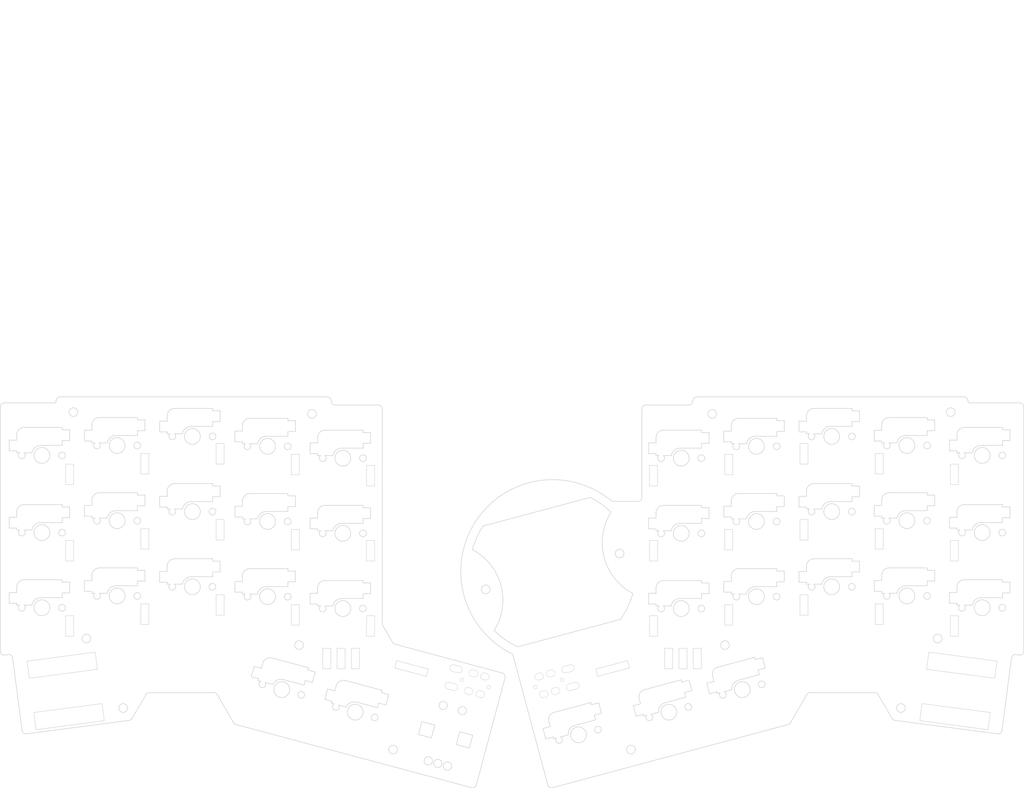
<source format=kicad_pcb>
(kicad_pcb (version 20221018) (generator pcbnew)
  (layers (0 "F.Cu" signal) (31 "B.Cu" signal) (34 "B.Paste" user) (35 "F.Paste" user) (36 "B.SilkS" user "B.Silkscreen") (37 "F.SilkS" user "F.Silkscreen") (38 "B.Mask" user) (39 "F.Mask" user) (44 "Edge.Cuts" user))
  (net 0 "")
  (net 1 "col2")
  (footprint "jw_custom_footprint:Diode_SOD123_THT_2_cutout_small" (layer "F.Cu") (at 111.894903 99.093061 90))
  (footprint "jw_custom_footprint:Diode_SOD123_THT_2_cutout_small" (layer "F.Cu") (at 92.895205 96.292661 -90))
  (footprint "jw_custom_footprint:Diode_SOD123_THT_2_cutout_small" (layer "F.Cu") (at 54.895605 115.092461 -90))
  (footprint "jw_custom_footprint:CherryMX_Hotswap_cutout_bottom" (layer "F.Cu") (at 205.78875 134.173601 15))
  (footprint "jw_custom_footprint:MountingHole_2.2mm_M2_cutout" (layer "F.Cu") (at 117.594405 149.350661))
  (footprint "jw_custom_footprint:Diode_SOD123_THT_2_cutout_small" (layer "F.Cu") (at 100.841405 126.314661 90))
  (footprint "jw_custom_footprint:MountingHole_2.2mm_M2_cutout" (layer "F.Cu") (at 93.845405 122.934661))
  (footprint "jw_custom_footprint:CherryMX_Hotswap_cutout_bottom" (layer "F.Cu") (at 108.023308 139.870462 -15))
  (footprint "jw_custom_footprint:Diode_SOD123_THT_2_cutout_small" (layer "F.Cu") (at 92.895205 115.293061 -90))
  (footprint "jw_custom_footprint:CherryMX_Hotswap_cutout_bottom" (layer "F.Cu") (at 266.363028 113.492661))
  (footprint "jw_custom_footprint:Diode_SOD123_THT_2_cutout_small" (layer "F.Cu") (at 73.895005 112.792661 90))
  (footprint "jw_custom_footprint:CherryMX_Hotswap_cutout_bottom" (layer "F.Cu") (at 266.363028 74.992861))
  (footprint "jw_custom_footprint:Diode_SOD123_THT_2_cutout_small" (layer "F.Cu") (at 111.894903 80.093261 90))
  (footprint "jw_custom_footprint:CherryMX_Hotswap_cutout_bottom" (layer "F.Cu") (at 85.895205 72.692701))
  (footprint "jw_custom_footprint:CherryMX_Hotswap_cutout_bottom" (layer "F.Cu") (at 85.895205 91.692661))
  (footprint "jw_custom_footprint:Diode_SOD123_THT_2_cutout_small" (layer "F.Cu") (at 73.895005 74.592501 90))
  (footprint "jw_custom_footprint:Diode_SOD123_THT_2_cutout_small" (layer "F.Cu") (at 54.895605 96.092861 -90))
  (footprint "jw_custom_footprint:CherryMX_Hotswap_cutout_bottom" (layer "F.Cu") (at 247.362828 110.492461))
  (footprint "jw_custom_footprint:CherryMX_Hotswap_cutout_bottom" (layer "F.Cu") (at 89.469683 134.173601 -15))
  (footprint "jw_custom_footprint:CherryMX_Hotswap_cutout_bottom" (layer "F.Cu") (at 85.895205 110.693061))
  (footprint "jw_custom_footprint:Diode_SOD123_THT_2_cutout_small" (layer "F.Cu") (at 111.894903 118.093061 90))
  (footprint "jw_custom_footprint:Diode_SOD123_THT_2_cutout_small" (layer "F.Cu") (at 35.895405 79.792861 90))
  (footprint "jw_custom_footprint:CherryMX_Hotswap_cutout_bottom" (layer "F.Cu") (at 28.895405 74.992861))
  (footprint "jw_custom_footprint:CherryMX_Hotswap_cutout_bottom" (layer "F.Cu") (at 104.894903 94.693061))
  (footprint "jw_custom_footprint:Diode_SOD123_THT_2_cutout_small" (layer "F.Cu") (at 73.895005 93.792461 90))
  (footprint "jw_custom_footprint:CherryMX_Hotswap_cutout_bottom" (layer "F.Cu") (at 104.894903 75.693261))
  (footprint "jw_custom_footprint:Diode_SOD123_THT_2_cutout_small" (layer "F.Cu") (at 54.895605 77.093261 -90))
  (footprint "jw_custom_footprint:Diode_SOD123_THT_2_cutout_small" (layer "F.Cu") (at 104.455405 126.314661 90))
  (footprint "jw_custom_footprint:CherryMX_Hotswap_cutout_bottom" (layer "F.Cu") (at 164.416351 145.600589 15))
  (footprint "jw_custom_footprint:Hirose_DF13-06P-1.25DS_1x06_P1.25mm_Horizontal_cutout" (layer "F.Cu") (at 170.031409 129.706674 15))
  (footprint "jw_custom_footprint:CherryMX_Hotswap_cutout_bottom" (layer "F.Cu") (at 209.363228 72.692701))
  (footprint "jw_custom_footprint:CherryMX_Hotswap_cutout_bottom" (layer "F.Cu") (at 28.895405 113.492661))
  (footprint "jw_custom_footprint:Diode_SOD123_THT_2_cutout_small" (layer "F.Cu") (at 108.069405 126.314661 90))
  (footprint "jw_custom_footprint:MountingHole_2.2mm_M2_cutout" (layer "F.Cu") (at 40.124405 121.283661))
  (footprint "jw_custom_footprint:CherryMX_Hotswap_cutout_bottom" (layer "F.Cu") (at 266.363028 94.492261))
  (footprint "jw_custom_footprint:CherryMX_Hotswap_cutout_bottom" (layer "F.Cu") (at 47.895605 110.492461))
  (footprint "jw_custom_footprint:CherryMX_Hotswap_cutout_bottom" (layer "F.Cu") (at 209.363228 91.692661))
  (footprint "jw_custom_footprint:CherryMX_Hotswap_cutout_bottom" (layer "F.Cu") (at 47.895605 72.493261))
  (footprint "jw_custom_footprint:MountingHole_2.2mm_M2_cutout" (layer "F.Cu") (at 97.096432 64.504617))
  (footprint "jw_custom_footprint:CherryMX_Hotswap_cutout_bottom" (layer "F.Cu") (at 187.235125 139.870462 15))
  (footprint "jw_custom_footprint:CherryMX_Hotswap_cutout_bottom" (layer "F.Cu") (at 228.363428 89.192461))
  (footprint "jw_custom_footprint:CherryMX_Hotswap_cutout_bottom" (layer "F.Cu") (at 28.895405 94.492261))
  (footprint "jw_custom_footprint:CherryMX_Hotswap_cutout_bottom" (layer "F.Cu") (at 228.363428 108.192661))
  (footprint "jw_custom_footprint:CherryMX_Hotswap_cutout_bottom" (layer "F.Cu") (at 228.363428 70.192501))
  (footprint "jw_custom_footprint:CherryMX_Hotswap_cutout_bottom" (layer "F.Cu") (at 209.363228 110.693061))
  (footprint "jw_custom_footprint:CherryMX_Hotswap_cutout_bottom" (layer "F.Cu") (at 66.895005 70.192501))
  (footprint "jw_custom_footprint:TRRS-PJ-DPB2_mod_cutout" (layer "F.Cu") (at 143.280293 133.941976 -105))
  (footprint "jw_custom_footprint:CherryMX_Hotswap_cutout_bottom" (layer "F.Cu") (at 190.36353 94.693061))
  (footprint "jw_custom_footprint:CherryMX_Hotswap_cutout_bottom" (layer "F.Cu") (at 190.36353 113.693061))
  (footprint "jw_custom_footprint:CherryMX_Hotswap_cutout_bottom" (layer "F.Cu") (at 247.362828 72.493261))
  (footprint "jw_custom_footprint:Diode_SOD123_THT_2_cutout_small" (layer "F.Cu") (at 35.895405 118.092661 90))
  (footprint "jw_custom_footprint:Xiao THT jumper pad_cutout" (layer "F.Cu") (at 260.52115 134.526526 -97.5))
  (footprint "jw_custom_footprint:MountingHole_2.2mm_M2_cutout" (layer "F.Cu") (at 36.847805 64.057461))
  (footprint "jw_custom_footprint:MountingHole_2.2mm_M2_cutout" (layer "F.Cu") (at 49.420805 138.835061))
  (footprint "jw_custom_footprint:CherryMX_Hotswap_cutout_bottom" (layer "F.Cu") (at 104.894903 113.693061))
  (footprint "jw_custom_footprint:CherryMX_Hotswap_cutout_bottom" (layer "F.Cu") (at 66.895005 108.192661))
  (footprint "jw_custom_footprint:CherryMX_Hotswap_cutout_bottom" (layer "F.Cu") (at 247.362828 91.492861))
  (footprint "jw_custom_footprint:RotaryEncoder_Alps_EC11E-Switch_Vertical_H20mm_cutout_bottom" (layer "F.Cu") (at 130.842082 145.600589 165))
  (footprint "jw_custom_footprint:CherryMX_Hotswap_cutout_bottom" (layer "F.Cu") (at 66.895005 89.192461))
  (footprint "jw_custom_footprint:Diode_SOD123_THT_2_cutout_small" (layer "F.Cu") (at 35.895405 99.092261 90))
  (footprint "jw_custom_footprint:Diode_SOD123_THT_2_cutout_small" (layer "F.Cu") (at 92.895205 77.292701 -90))
  (footprint "jw_custom_footprint:CherryMX_Hotswap_cutout_bottom" (layer "F.Cu") (at 47.895605 91.492861))
  (footprint "jw_custom_footprint:CherryMX_Hotswap_cutout_bottom" (layer "F.Cu") (at 190.36353 75.693261))
  (footprint "jw_custom_footprint:MountingHole_2.2mm_M2_cutout" (layer "B.Cu") (at 258.410628 64.057461 180))
  (footprint "jw_custom_footprint:Diode_SOD123_THT_2_cutout_small" (layer "B.Cu") (at 183.36353 99.093061 90))
  (footprint "jw_custom_footprint:Diode_SOD123_THT_2_cutout_small" (layer "B.Cu") (at 259.363028 79.792861 90))
  (footprint "jw_custom_footprint:TRRS-PJ-DPB2_mod_cutout" (layer "B.Cu") (at 151.97814 133.941976 -75))
  (footprint "jw_custom_footprint:Diode_SOD123_THT_2_cutout_small" (layer "B.Cu") (at 183.36353 80.093261 90))
  (footprint "jw_custom_footprint:Diode_SOD123_THT_2_cutout_small" (layer "B.Cu") (at 259.363028 118.092661 90))
  (footprint "jw_custom_footprint:Diode_SOD123_THT_2_cutout_small" (layer "B.Cu") (at 202.363228 77.292701 -90))
  (footprint "jw_custom_footprint:MountingHole_2.2mm_M2_cutout" (layer "B.Cu") (at 177.664028 149.350661 180))
  (footprint "jw_custom_footprint:Diode_SOD123_THT_2_cutout_small" (layer "B.Cu") (at 190.803028 126.314661 90))
  (footprint "jw_custom_footprint:Diode_SOD123_THT_2_cutout_small" (layer "B.Cu") (at 183.36353 118.093061 90))
  (footprint "jw_custom_footprint:Diode_SOD123_THT_2_cutout_small" (layer "B.Cu") (at 187.189028 126.314661 90))
  (footprint "jw_custom_footprint:Xiao THT jumper pad_cutout" (layer "B.Cu") (at 34.737283 134.526526 -82.5))
  (footprint "jw_custom_footprint:Diode_SOD123_THT_2_cutout_small" (layer "B.Cu") (at 221.363428 112.792661 90))
  (footprint "jw_custom_footprint:Diode_SOD123_THT_2_cutout_small" (layer "B.Cu") (at 202.363228 115.293061 -90))
  (footprint "jw_custom_footprint:MountingHole_2.2mm_M2_cutout" (layer "B.Cu") (at 198.162001 64.504617 180))
  (footprint "jw_custom_footprint:MountingHole_2.2mm_M2_cutout" (layer "B.Cu") (at 201.413028 122.934661 180))
  (footprint "jw_custom_footprint:Diode_SOD123_THT_2_cutout_small" (layer "B.Cu") (at 240.362828 96.092861 -90))
  (footprint "jw_custom_footprint:Diode_SOD123_THT_2_cutout_small" (layer "B.Cu") (at 259.363028 99.092261 90))
  (footprint "jw_custom_footprint:Diode_SOD123_THT_2_cutout_small" (layer "B.Cu") (at 240.362828 77.093261 -90))
  (footprint "jw_custom_footprint:Diode_SOD123_THT_2_cutout_small" (layer "B.Cu") (at 221.363428 93.792461 90))
  (footprint "jw_custom_footprint:Diode_SOD123_THT_2_cutout_small" (layer "B.Cu") (at 202.363228 96.292661 -90))
  (footprint "jw_custom_footprint:MountingHole_2.2mm_M2_cutout" (layer "B.Cu") (at 255.134028 121.283661 180))
  (footprint "jw_custom_footprint:Diode_SOD123_THT_2_cutout_small" (layer "B.Cu") (at 194.417028 126.314661 90))
  (footprint "jw_custom_footprint:Diode_SOD123_THT_2_cutout_small" (layer "B.Cu") (at 240.362828 115.092461 -90))
  (footprint "jw_custom_footprint:Hirose_DF13-06P-1.25DS_1x06_P1.25mm_Horizontal_cutout" (layer "B.Cu") (at 125.227024 129.706674 165))
  (footprint "jw_custom_footprint:Diode_SOD123_THT_2_cutout_small" (layer "B.Cu") (at 221.363428 74.592501 90))
  (footprint "jw_custom_footprint:MountingHole_2.2mm_M2_cutout" (layer "B.Cu") (at 245.837628 138.835061 180))
  (gr_line (start 175.040276 116.407743) (end 149.086938 123.357608) (stroke (width 0.15)) (layer "Edge.Cuts"))
  (gr_arc (start 275.876428 61.720661) (mid 276.583556 62.013542) (end 276.876428 62.720661) (stroke (width 0.15)) (layer "Edge.Cuts"))
  (gr_arc (start 239.232366 134.946667) (mid 239.731358 135.080063) (end 240.097228 135.444657) (stroke (width 0.15)) (layer "Edge.Cuts"))
  (gr_line (start 114.979231 117.956261) (end 117.449769 122.235358) (stroke (width 0.15)) (layer "Edge.Cuts"))
  (gr_arc (start 138.60912 158.245547) (mid 138.143147 158.852656) (end 137.384374 158.952654) (stroke (width 0.15)) (layer "Edge.Cuts"))
  (gr_circle (center 140.978597 108.837224) (end 142.078597 108.837224) (stroke (width 0.15)) (fill none) (layer "Edge.Cuts"))
  (gr_line (start 73.195637 135.442926) (end 77.281399 142.529552) (stroke (width 0.15)) (layer "Edge.Cuts"))
  (gr_arc (start 273.771931 126.176606) (mid 274.154532 125.513518) (end 274.893957 125.315269) (stroke (width 0.15)) (layer "Edge.Cuts"))
  (gr_line (start 72.331783 134.946667) (end 56.026067 134.946667) (stroke (width 0.15)) (layer "Edge.Cuts"))
  (gr_line (start 262.791332 61.206161) (end 262.791332 61.320661) (stroke (width 0.15)) (layer "Edge.Cuts"))
  (gr_arc (start 72.331783 134.946667) (mid 72.829902 135.079569) (end 73.195637 135.442926) (stroke (width 0.15)) (layer "Edge.Cuts"))
  (gr_arc (start 55.161205 135.444657) (mid 55.527071 135.080056) (end 56.026067 134.946667) (stroke (width 0.15)) (layer "Edge.Cuts"))
  (gr_arc (start 147.423773 125.016518) (mid 147.724896 125.242098) (end 147.89519 125.5776) (stroke (width 0.15)) (layer "Edge.Cuts"))
  (gr_arc (start 145.148945 129.974878) (mid 145.756143 130.440814) (end 145.856052 131.199624) (stroke (width 0.15)) (layer "Edge.Cuts"))
  (gr_arc (start 193.298847 61.249547) (mid 193.576233 60.514489) (end 194.298847 60.206161) (stroke (width 0.15)) (layer "Edge.Cuts"))
  (gr_line (start 276.876428 124.435985) (end 276.876428 62.720661) (stroke (width 0.15)) (layer "Edge.Cuts"))
  (gr_line (start 100.959586 60.206161) (end 33.467101 60.206161) (stroke (width 0.15)) (layer "Edge.Cuts"))
  (gr_arc (start 137.610227 98.789366) (mid 138.731921 95.715867) (end 140.302627 92.845766) (stroke (width 0.15)) (layer "Edge.Cuts"))
  (gr_arc (start 137.610227 98.789366) (mid 144.820799 107.812493) (end 143.117587 119.236514) (stroke (width 0.15)) (layer "Edge.Cuts"))
  (gr_line (start 50.916172 141.947069) (end 25.012826 145.359142) (stroke (width 0.15)) (layer "Edge.Cuts"))
  (gr_arc (start 167.382058 85.592504) (mid 170.150567 87.266272) (end 172.628893 89.345706) (stroke (width 0.15)) (layer "Edge.Cuts"))
  (gr_line (start 167.382058 85.592504) (end 140.302627 92.845766) (stroke (width 0.15)) (layer "Edge.Cuts"))
  (gr_line (start 137.384374 158.952654) (end 77.888464 142.99544) (stroke (width 0.15)) (layer "Edge.Cuts"))
  (gr_line (start 275.745902 125.42743) (end 274.893957 125.315269) (stroke (width 0.15)) (layer "Edge.Cuts"))
  (gr_arc (start 19.512531 125.42743) (mid 18.722694 125.187799) (end 18.382005 124.435985) (stroke (width 0.15)) (layer "Edge.Cuts"))
  (gr_arc (start 51.649157 141.459845) (mid 51.339157 141.788443) (end 50.916172 141.947069) (stroke (width 0.15)) (layer "Edge.Cuts"))
  (gr_arc (start 32.467101 61.320661) (mid 32.349972 61.60354) (end 32.067101 61.720661) (stroke (width 0.15)) (layer "Edge.Cuts"))
  (gr_arc (start 100.959586 60.206161) (mid 101.682179 60.514508) (end 101.959586 61.249547) (stroke (width 0.15)) (layer "Edge.Cuts"))
  (gr_arc (start 149.086938 123.357608) (mid 145.924483 121.554572) (end 143.117587 119.236514) (stroke (width 0.15)) (layer "Edge.Cuts"))
  (gr_line (start 239.232366 134.946667) (end 222.92665 134.946667) (stroke (width 0.15)) (layer "Edge.Cuts"))
  (gr_line (start 270.245607 145.359142) (end 244.342261 141.947069) (stroke (width 0.15)) (layer "Edge.Cuts"))
  (gr_line (start 192.298847 62.249547) (end 181.413177 62.249547) (stroke (width 0.15)) (layer "Edge.Cuts"))
  (gr_arc (start 147.423773 125.016518) (mid 138.446241 91.652494) (end 172.593 86.384379) (stroke (width 0.15)) (layer "Edge.Cuts"))
  (gr_line (start 271.367759 144.497822) (end 273.771931 126.176606) (stroke (width 0.15)) (layer "Edge.Cuts"))
  (gr_arc (start 263.191332 61.720661) (mid 262.908479 61.603522) (end 262.791332 61.320661) (stroke (width 0.15)) (layer "Edge.Cuts"))
  (gr_line (start 19.382005 61.720661) (end 32.067101 61.720661) (stroke (width 0.15)) (layer "Edge.Cuts"))
  (gr_line (start 32.467101 61.320661) (end 32.467101 61.206161) (stroke (width 0.15)) (layer "Edge.Cuts"))
  (gr_line (start 217.369969 142.99544) (end 157.874059 158.952654) (stroke (width 0.15)) (layer "Edge.Cuts"))
  (gr_arc (start 271.367759 144.497822) (mid 270.985147 145.161) (end 270.245607 145.359142) (stroke (width 0.15)) (layer "Edge.Cuts"))
  (gr_line (start 173.2788 86.614) (end 179.413177 86.614) (stroke (width 0.15)) (layer "Edge.Cuts"))
  (gr_line (start 261.791332 60.206161) (end 194.298847 60.206161) (stroke (width 0.15)) (layer "Edge.Cuts"))
  (gr_arc (start 217.977034 142.529552) (mid 217.71984 142.822876) (end 217.369969 142.99544) (stroke (width 0.15)) (layer "Edge.Cuts"))
  (gr_arc (start 261.791332 60.206161) (mid 262.498428 60.499072) (end 262.791332 61.206161) (stroke (width 0.15)) (layer "Edge.Cuts"))
  (gr_line (start 114.845256 63.249547) (end 114.845256 117.456261) (stroke (width 0.15)) (layer "Edge.Cuts"))
  (gr_line (start 21.486502 126.176606) (end 23.890674 144.497822) (stroke (width 0.15)) (layer "Edge.Cuts"))
  (gr_arc (start 32.467101 61.206161) (mid 32.760023 60.49909) (end 33.467101 60.206161) (stroke (width 0.15)) (layer "Edge.Cuts"))
  (gr_arc (start 222.062796 135.442926) (mid 222.428522 135.079552) (end 222.92665 134.946667) (stroke (width 0.15)) (layer "Edge.Cuts"))
  (gr_arc (start 180.413177 85.614) (mid 180.120301 86.321132) (end 179.413177 86.614) (stroke (width 0.15)) (layer "Edge.Cuts"))
  (gr_arc (start 244.342261 141.947069) (mid 243.919272 141.78845) (end 243.609276 141.459845) (stroke (width 0.15)) (layer "Edge.Cuts"))
  (gr_line (start 156.649313 158.245547) (end 147.89519 125.5776) (stroke (width 0.15)) (layer "Edge.Cuts"))
  (gr_line (start 263.191332 61.720661) (end 275.876428 61.720661) (stroke (width 0.15)) (layer "Edge.Cuts"))
  (gr_arc (start 118.056499 122.701156) (mid 117.706818 122.528581) (end 117.449769 122.235358) (stroke (width 0.15)) (layer "Edge.Cuts"))
  (gr_circle (center 174.786001 99.778556) (end 175.886001 99.778556) (stroke (width 0.15)) (fill none) (layer "Edge.Cuts"))
  (gr_arc (start 178.132787 109.868682) (mid 170.898933 100.809161) (end 172.628893 89.345706) (stroke (width 0.15)) (layer "Edge.Cuts"))
  (gr_line (start 145.856052 131.199624) (end 138.60912 158.245547) (stroke (width 0.15)) (layer "Edge.Cuts"))
  (gr_line (start 20.364476 125.315269) (end 19.512531 125.42743) (stroke (width 0.15)) (layer "Edge.Cuts"))
  (gr_arc (start 193.298847 61.249547) (mid 193.005955 61.956651) (end 192.298847 62.249547) (stroke (width 0.15)) (layer "Edge.Cuts"))
  (gr_arc (start 173.2788 86.614) (mid 172.915873 86.559002) (end 172.593 86.384379) (stroke (width 0.15)) (layer "Edge.Cuts"))
  (gr_line (start 113.845256 62.249547) (end 102.959586 62.249547) (stroke (width 0.15)) (layer "Edge.Cuts"))
  (gr_line (start 217.977034 142.529552) (end 222.062796 135.442926) (stroke (width 0.15)) (layer "Edge.Cuts"))
  (gr_line (start 145.148945 129.974878) (end 118.056499 122.701156) (stroke (width 0.15)) (layer "Edge.Cuts"))
  (gr_line (start 18.382005 62.720661) (end 18.382005 124.435985) (stroke (width 0.15)) (layer "Edge.Cuts"))
  (gr_arc (start 25.012826 145.359142) (mid 24.273302 145.160978) (end 23.890674 144.497822) (stroke (width 0.15)) (layer "Edge.Cuts"))
  (gr_arc (start 18.382005 62.720661) (mid 18.674898 62.013562) (end 19.382005 61.720661) (stroke (width 0.15)) (layer "Edge.Cuts"))
  (gr_arc (start 180.413177 63.249547) (mid 180.706073 62.542448) (end 181.413177 62.249547) (stroke (width 0.15)) (layer "Edge.Cuts"))
  (gr_arc (start 113.845256 62.249547) (mid 114.552373 62.542436) (end 114.845256 63.249547) (stroke (width 0.15)) (layer "Edge.Cuts"))
  (gr_arc (start 102.959586 62.249547) (mid 102.25247 61.95666) (end 101.959586 61.249547) (stroke (width 0.15)) (layer "Edge.Cuts"))
  (gr_arc (start 77.888464 142.99544) (mid 77.538593 142.822877) (end 77.281399 142.529552) (stroke (width 0.15)) (layer "Edge.Cuts"))
  (gr_arc (start 20.364476 125.315269) (mid 21.103882 125.513542) (end 21.486502 126.176606) (stroke (width 0.15)) (layer "Edge.Cuts"))
  (gr_line (start 55.161205 135.444657) (end 51.649157 141.459845) (stroke (width 0.15)) (layer "Edge.Cuts"))
  (gr_arc (start 114.979231 117.956261) (mid 114.879314 117.715084) (end 114.845256 117.456261) (stroke (width 0.15)) (layer "Edge.Cuts"))
  (gr_arc (start 178.132787 109.868682) (mid 176.874891 113.274586) (end 175.040276 116.407743) (stroke (width 0.15)) (layer "Edge.Cuts"))
  (gr_line (start 243.609276 141.459845) (end 240.097228 135.444657) (stroke (width 0.15)) (layer "Edge.Cuts"))
  (gr_arc (start 157.874059 158.952654) (mid 157.115266 158.852691) (end 156.649313 158.245547) (stroke (width 0.15)) (layer "Edge.Cuts"))
  (gr_arc (start 276.876428 124.435985) (mid 276.535765 125.187829) (end 275.745902 125.42743) (stroke (width 0.15)) (layer "Edge.Cuts"))
  (gr_line (start 180.413177 85.614) (end 180.413177 63.249547) (stroke (width 0.15)) (layer "Edge.Cuts"))
)
</source>
